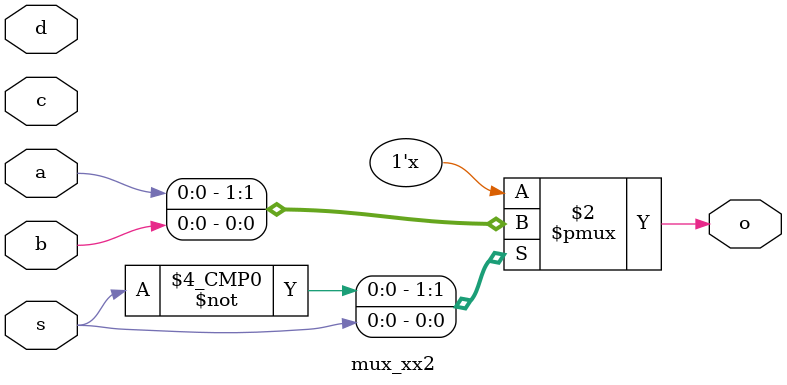
<source format=v>

module mux_xx2
    (
     a,
     b,
     c,
     d,
     s,
     o
     );

////////////////////////////////////////////////////////////////////////////////
// Parameter declarations

parameter WIDTH = 1;

////////////////////////////////////////////////////////////////////////////////
// Port declarations

////////////////////////////////////////////////////////////////////////////////
// Output declarations

input     s;
input [WIDTH-1:0] a,b,c,d;

output reg [WIDTH-1:0] o;

////////////////////////////////////////////////////////////////////////////////
// Local logic and instantiation

always @(*) case(s)
	2'h 0 : o = a;
	2'h 1 : o = b;
	2'h 2 : o = c;
	default : o = d;
endcase

endmodule 

</source>
